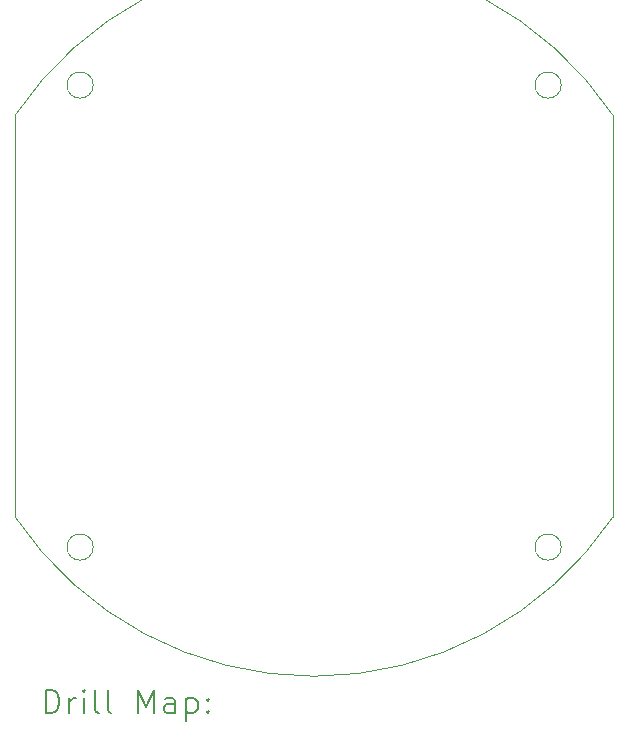
<source format=gbr>
%TF.GenerationSoftware,KiCad,Pcbnew,8.0.1*%
%TF.CreationDate,2024-04-29T03:40:28-07:00*%
%TF.ProjectId,CanSat PCB,43616e53-6174-4205-9043-422e6b696361,4*%
%TF.SameCoordinates,Original*%
%TF.FileFunction,Drillmap*%
%TF.FilePolarity,Positive*%
%FSLAX45Y45*%
G04 Gerber Fmt 4.5, Leading zero omitted, Abs format (unit mm)*
G04 Created by KiCad (PCBNEW 8.0.1) date 2024-04-29 03:40:28*
%MOMM*%
%LPD*%
G01*
G04 APERTURE LIST*
%ADD10C,0.050000*%
%ADD11C,0.200000*%
G04 APERTURE END LIST*
D10*
X7984949Y-4413960D02*
G75*
G02*
X7763051Y-4413960I-110949J0D01*
G01*
X7763051Y-4413960D02*
G75*
G02*
X7984949Y-4413960I110949J0D01*
G01*
X11947349Y-4413960D02*
G75*
G02*
X11725451Y-4413960I-110949J0D01*
G01*
X11725451Y-4413960D02*
G75*
G02*
X11947349Y-4413960I110949J0D01*
G01*
X12385040Y-8071560D02*
G75*
G02*
X7325360Y-8071560I-2529840J1701800D01*
G01*
X7984949Y-8325560D02*
G75*
G02*
X7763051Y-8325560I-110949J0D01*
G01*
X7763051Y-8325560D02*
G75*
G02*
X7984949Y-8325560I110949J0D01*
G01*
X12385040Y-8071560D02*
X12385040Y-4667960D01*
X7325360Y-8071560D02*
X7325360Y-4667960D01*
X7325360Y-4667960D02*
G75*
G02*
X12385040Y-4667960I2529840J-1701800D01*
G01*
X11947349Y-8325560D02*
G75*
G02*
X11725451Y-8325560I-110949J0D01*
G01*
X11725451Y-8325560D02*
G75*
G02*
X11947349Y-8325560I110949J0D01*
G01*
D11*
X7583637Y-9732713D02*
X7583637Y-9532713D01*
X7583637Y-9532713D02*
X7631256Y-9532713D01*
X7631256Y-9532713D02*
X7659827Y-9542237D01*
X7659827Y-9542237D02*
X7678875Y-9561284D01*
X7678875Y-9561284D02*
X7688399Y-9580332D01*
X7688399Y-9580332D02*
X7697922Y-9618427D01*
X7697922Y-9618427D02*
X7697922Y-9646999D01*
X7697922Y-9646999D02*
X7688399Y-9685094D01*
X7688399Y-9685094D02*
X7678875Y-9704142D01*
X7678875Y-9704142D02*
X7659827Y-9723189D01*
X7659827Y-9723189D02*
X7631256Y-9732713D01*
X7631256Y-9732713D02*
X7583637Y-9732713D01*
X7783637Y-9732713D02*
X7783637Y-9599380D01*
X7783637Y-9637475D02*
X7793161Y-9618427D01*
X7793161Y-9618427D02*
X7802684Y-9608903D01*
X7802684Y-9608903D02*
X7821732Y-9599380D01*
X7821732Y-9599380D02*
X7840780Y-9599380D01*
X7907446Y-9732713D02*
X7907446Y-9599380D01*
X7907446Y-9532713D02*
X7897922Y-9542237D01*
X7897922Y-9542237D02*
X7907446Y-9551761D01*
X7907446Y-9551761D02*
X7916970Y-9542237D01*
X7916970Y-9542237D02*
X7907446Y-9532713D01*
X7907446Y-9532713D02*
X7907446Y-9551761D01*
X8031256Y-9732713D02*
X8012208Y-9723189D01*
X8012208Y-9723189D02*
X8002684Y-9704142D01*
X8002684Y-9704142D02*
X8002684Y-9532713D01*
X8136018Y-9732713D02*
X8116970Y-9723189D01*
X8116970Y-9723189D02*
X8107446Y-9704142D01*
X8107446Y-9704142D02*
X8107446Y-9532713D01*
X8364589Y-9732713D02*
X8364589Y-9532713D01*
X8364589Y-9532713D02*
X8431256Y-9675570D01*
X8431256Y-9675570D02*
X8497923Y-9532713D01*
X8497923Y-9532713D02*
X8497923Y-9732713D01*
X8678875Y-9732713D02*
X8678875Y-9627951D01*
X8678875Y-9627951D02*
X8669351Y-9608903D01*
X8669351Y-9608903D02*
X8650304Y-9599380D01*
X8650304Y-9599380D02*
X8612208Y-9599380D01*
X8612208Y-9599380D02*
X8593161Y-9608903D01*
X8678875Y-9723189D02*
X8659827Y-9732713D01*
X8659827Y-9732713D02*
X8612208Y-9732713D01*
X8612208Y-9732713D02*
X8593161Y-9723189D01*
X8593161Y-9723189D02*
X8583637Y-9704142D01*
X8583637Y-9704142D02*
X8583637Y-9685094D01*
X8583637Y-9685094D02*
X8593161Y-9666046D01*
X8593161Y-9666046D02*
X8612208Y-9656523D01*
X8612208Y-9656523D02*
X8659827Y-9656523D01*
X8659827Y-9656523D02*
X8678875Y-9646999D01*
X8774113Y-9599380D02*
X8774113Y-9799380D01*
X8774113Y-9608903D02*
X8793161Y-9599380D01*
X8793161Y-9599380D02*
X8831256Y-9599380D01*
X8831256Y-9599380D02*
X8850304Y-9608903D01*
X8850304Y-9608903D02*
X8859827Y-9618427D01*
X8859827Y-9618427D02*
X8869351Y-9637475D01*
X8869351Y-9637475D02*
X8869351Y-9694618D01*
X8869351Y-9694618D02*
X8859827Y-9713665D01*
X8859827Y-9713665D02*
X8850304Y-9723189D01*
X8850304Y-9723189D02*
X8831256Y-9732713D01*
X8831256Y-9732713D02*
X8793161Y-9732713D01*
X8793161Y-9732713D02*
X8774113Y-9723189D01*
X8955065Y-9713665D02*
X8964589Y-9723189D01*
X8964589Y-9723189D02*
X8955065Y-9732713D01*
X8955065Y-9732713D02*
X8945542Y-9723189D01*
X8945542Y-9723189D02*
X8955065Y-9713665D01*
X8955065Y-9713665D02*
X8955065Y-9732713D01*
X8955065Y-9608903D02*
X8964589Y-9618427D01*
X8964589Y-9618427D02*
X8955065Y-9627951D01*
X8955065Y-9627951D02*
X8945542Y-9618427D01*
X8945542Y-9618427D02*
X8955065Y-9608903D01*
X8955065Y-9608903D02*
X8955065Y-9627951D01*
M02*

</source>
